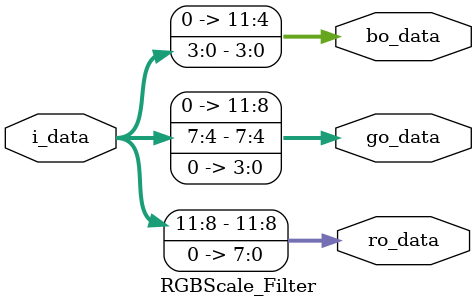
<source format=sv>
`timescale 1ns / 1ps


module RGBScale_Filter(
    input logic [11:0] i_data,
    output logic [11:0] ro_data,
    output logic [11:0] go_data,
    output logic [11:0] bo_data
);

    always_comb begin
        ro_data = {i_data[11:8], 8'b0};
        go_data = {4'b0, i_data[7:4], 4'b0};
        bo_data = {8'b0, i_data[3:0]};
    end

endmodule

</source>
